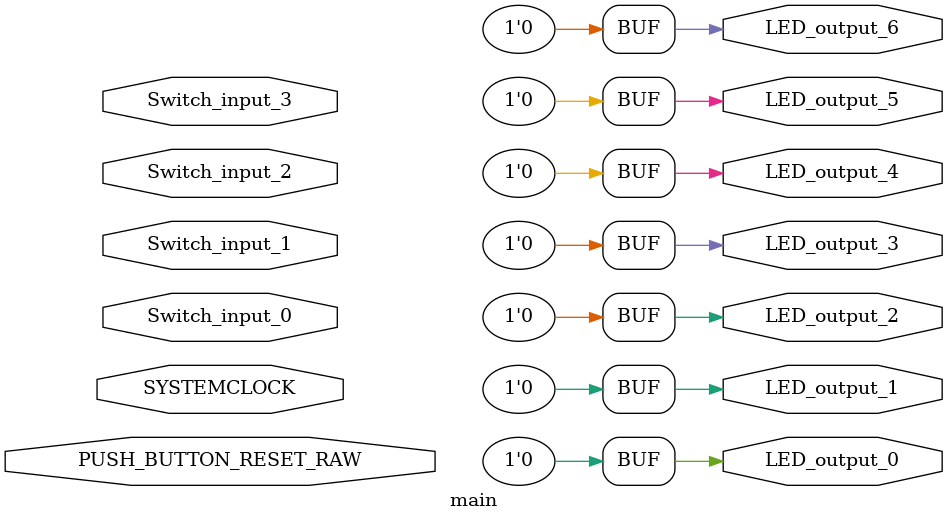
<source format=v>
module main
   (
    output wire LED_output_0,
    output wire LED_output_1,
    output wire LED_output_2,
    output wire LED_output_3,
    output wire LED_output_4,
    output wire LED_output_5,
    output wire LED_output_6,
    input wire 	Switch_input_0,
    input wire 	Switch_input_1,
    input wire 	Switch_input_2,
    input wire 	Switch_input_3,
    input wire 	SYSTEMCLOCK,
    input wire 	PUSH_BUTTON_RESET_RAW //Xilinx GTP - this is active low-
    );

   assign LED_output_0 = 1'b0;
   assign LED_output_1 = 1'b0;
   assign LED_output_2 = 1'b0;
   assign LED_output_3 = 1'b0;
   assign LED_output_4 = 1'b0;
   assign LED_output_5 = 1'b0;
   assign LED_output_6 = 1'b0;

endmodule

</source>
